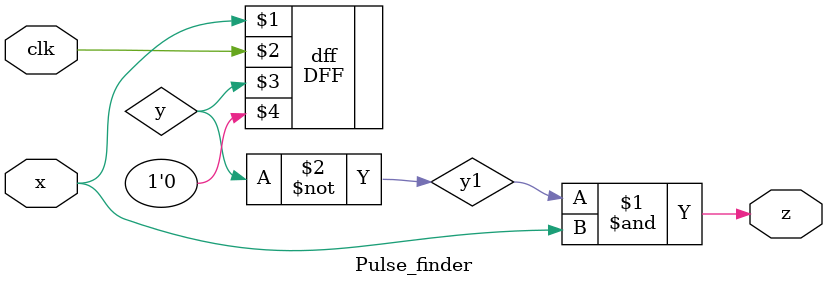
<source format=v>
module Pulse_finder(clk,x,z);

input clk,x ;
output wire z;
wire y;
wire y1;
DFF dff(x,clk,y,1'b0);
not( y1 , y );
and( z , y1 , x );

endmodule

</source>
